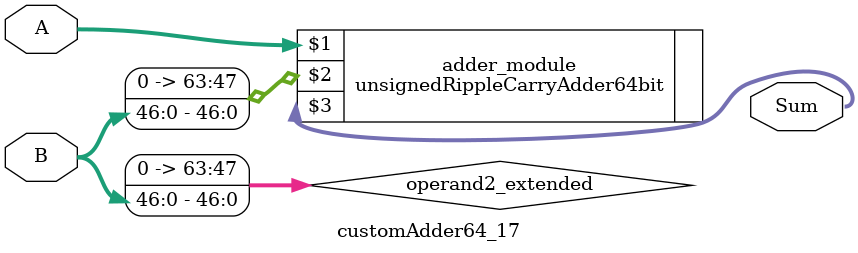
<source format=v>
module customAdder64_17(
                        input [63 : 0] A,
                        input [46 : 0] B,
                        
                        output [64 : 0] Sum
                );

        wire [63 : 0] operand2_extended;
        
        assign operand2_extended =  {17'b0, B};
        
        unsignedRippleCarryAdder64bit adder_module(
            A,
            operand2_extended,
            Sum
        );
        
        endmodule
        
</source>
